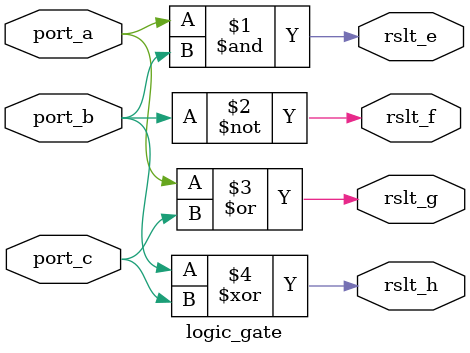
<source format=v>


module logic_gate(
    input                   port_a                  ,
    input                   port_b                  ,
    input                   port_c                  ,
    output  wire            rslt_e                  ,
    output  wire            rslt_f                  ,
    output  wire            rslt_g                  ,
    output  wire            rslt_h      
    
);

assign      rslt_e  =       port_a & port_b     ;
assign      rslt_f  =       ~port_b             ;
//或门
assign      rslt_g  =       port_a | port_c     ;
assign      rslt_h  =       port_b ^ port_c     ;
//


endmodule


</source>
